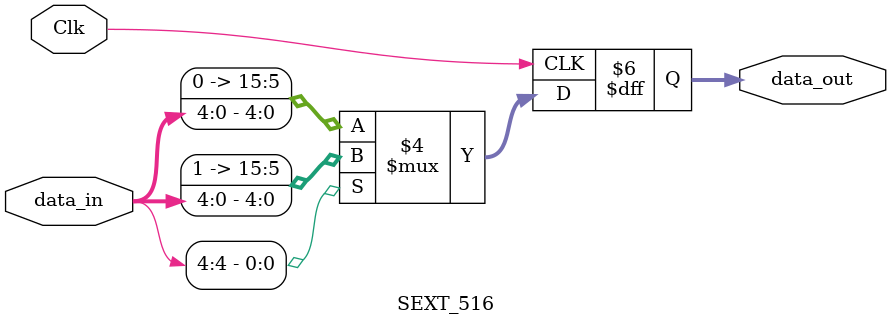
<source format=sv>
module SEXT_516 ( input logic Clk, 
				 input logic [4:0] data_in,
				 output logic [15:0] data_out);
			
			always_ff @(posedge Clk)
			begin
				if(data_in[4] == 1'b1)
					data_out = {11'b11111111111, data_in};
				else
					data_out = {11'b00000000000,data_in};
			end
				 
endmodule
</source>
